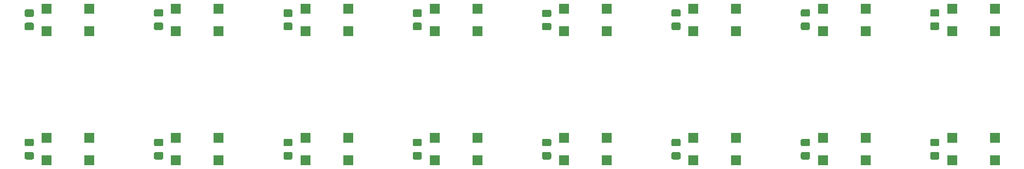
<source format=gbr>
G04 #@! TF.GenerationSoftware,KiCad,Pcbnew,(5.1.5)-3*
G04 #@! TF.CreationDate,2020-07-04T05:03:45+02:00*
G04 #@! TF.ProjectId,buttonboard,62757474-6f6e-4626-9f61-72642e6b6963,rev?*
G04 #@! TF.SameCoordinates,Original*
G04 #@! TF.FileFunction,Paste,Bot*
G04 #@! TF.FilePolarity,Positive*
%FSLAX46Y46*%
G04 Gerber Fmt 4.6, Leading zero omitted, Abs format (unit mm)*
G04 Created by KiCad (PCBNEW (5.1.5)-3) date 2020-07-04 05:03:45*
%MOMM*%
%LPD*%
G04 APERTURE LIST*
%ADD10R,1.500000X1.500000*%
%ADD11C,0.100000*%
G04 APERTURE END LIST*
D10*
X106698000Y-196731000D03*
X106698000Y-193302000D03*
X113302000Y-196731000D03*
X113302000Y-193302000D03*
X146698000Y-216731000D03*
X146698000Y-213302000D03*
X153302000Y-216731000D03*
X153302000Y-213302000D03*
X186698000Y-216731000D03*
X186698000Y-213302000D03*
X193302000Y-216731000D03*
X193302000Y-213302000D03*
X166698000Y-216731000D03*
X166698000Y-213302000D03*
X173302000Y-216731000D03*
X173302000Y-213302000D03*
X206698000Y-216731000D03*
X206698000Y-213302000D03*
X213302000Y-216731000D03*
X213302000Y-213302000D03*
X226698000Y-216731000D03*
X226698000Y-213302000D03*
X233302000Y-216731000D03*
X233302000Y-213302000D03*
X226698000Y-196731000D03*
X226698000Y-193302000D03*
X233302000Y-196731000D03*
X233302000Y-193302000D03*
X206698000Y-196731000D03*
X206698000Y-193302000D03*
X213302000Y-196731000D03*
X213302000Y-193302000D03*
X186698000Y-196731000D03*
X186698000Y-193302000D03*
X193302000Y-196731000D03*
X193302000Y-193302000D03*
X166698000Y-196731000D03*
X166698000Y-193302000D03*
X173302000Y-196731000D03*
X173302000Y-193302000D03*
X146698000Y-196731000D03*
X146698000Y-193302000D03*
X153302000Y-196731000D03*
X153302000Y-193302000D03*
X126698000Y-216731000D03*
X126698000Y-213302000D03*
X133302000Y-216731000D03*
X133302000Y-213302000D03*
X126698000Y-196731000D03*
X126698000Y-193302000D03*
X133302000Y-196731000D03*
X133302000Y-193302000D03*
X106698000Y-216731000D03*
X106698000Y-213302000D03*
X113302000Y-216731000D03*
X113302000Y-213302000D03*
X86698000Y-216731000D03*
X86698000Y-213302000D03*
X93302000Y-216731000D03*
X93302000Y-213302000D03*
X86698000Y-196731000D03*
X86698000Y-193302000D03*
X93302000Y-196731000D03*
X93302000Y-193302000D03*
D11*
G36*
X144474505Y-195451204D02*
G01*
X144498773Y-195454804D01*
X144522572Y-195460765D01*
X144545671Y-195469030D01*
X144567850Y-195479520D01*
X144588893Y-195492132D01*
X144608599Y-195506747D01*
X144626777Y-195523223D01*
X144643253Y-195541401D01*
X144657868Y-195561107D01*
X144670480Y-195582150D01*
X144680970Y-195604329D01*
X144689235Y-195627428D01*
X144695196Y-195651227D01*
X144698796Y-195675495D01*
X144700000Y-195699999D01*
X144700000Y-196350001D01*
X144698796Y-196374505D01*
X144695196Y-196398773D01*
X144689235Y-196422572D01*
X144680970Y-196445671D01*
X144670480Y-196467850D01*
X144657868Y-196488893D01*
X144643253Y-196508599D01*
X144626777Y-196526777D01*
X144608599Y-196543253D01*
X144588893Y-196557868D01*
X144567850Y-196570480D01*
X144545671Y-196580970D01*
X144522572Y-196589235D01*
X144498773Y-196595196D01*
X144474505Y-196598796D01*
X144450001Y-196600000D01*
X143549999Y-196600000D01*
X143525495Y-196598796D01*
X143501227Y-196595196D01*
X143477428Y-196589235D01*
X143454329Y-196580970D01*
X143432150Y-196570480D01*
X143411107Y-196557868D01*
X143391401Y-196543253D01*
X143373223Y-196526777D01*
X143356747Y-196508599D01*
X143342132Y-196488893D01*
X143329520Y-196467850D01*
X143319030Y-196445671D01*
X143310765Y-196422572D01*
X143304804Y-196398773D01*
X143301204Y-196374505D01*
X143300000Y-196350001D01*
X143300000Y-195699999D01*
X143301204Y-195675495D01*
X143304804Y-195651227D01*
X143310765Y-195627428D01*
X143319030Y-195604329D01*
X143329520Y-195582150D01*
X143342132Y-195561107D01*
X143356747Y-195541401D01*
X143373223Y-195523223D01*
X143391401Y-195506747D01*
X143411107Y-195492132D01*
X143432150Y-195479520D01*
X143454329Y-195469030D01*
X143477428Y-195460765D01*
X143501227Y-195454804D01*
X143525495Y-195451204D01*
X143549999Y-195450000D01*
X144450001Y-195450000D01*
X144474505Y-195451204D01*
G37*
G36*
X144474505Y-193401204D02*
G01*
X144498773Y-193404804D01*
X144522572Y-193410765D01*
X144545671Y-193419030D01*
X144567850Y-193429520D01*
X144588893Y-193442132D01*
X144608599Y-193456747D01*
X144626777Y-193473223D01*
X144643253Y-193491401D01*
X144657868Y-193511107D01*
X144670480Y-193532150D01*
X144680970Y-193554329D01*
X144689235Y-193577428D01*
X144695196Y-193601227D01*
X144698796Y-193625495D01*
X144700000Y-193649999D01*
X144700000Y-194300001D01*
X144698796Y-194324505D01*
X144695196Y-194348773D01*
X144689235Y-194372572D01*
X144680970Y-194395671D01*
X144670480Y-194417850D01*
X144657868Y-194438893D01*
X144643253Y-194458599D01*
X144626777Y-194476777D01*
X144608599Y-194493253D01*
X144588893Y-194507868D01*
X144567850Y-194520480D01*
X144545671Y-194530970D01*
X144522572Y-194539235D01*
X144498773Y-194545196D01*
X144474505Y-194548796D01*
X144450001Y-194550000D01*
X143549999Y-194550000D01*
X143525495Y-194548796D01*
X143501227Y-194545196D01*
X143477428Y-194539235D01*
X143454329Y-194530970D01*
X143432150Y-194520480D01*
X143411107Y-194507868D01*
X143391401Y-194493253D01*
X143373223Y-194476777D01*
X143356747Y-194458599D01*
X143342132Y-194438893D01*
X143329520Y-194417850D01*
X143319030Y-194395671D01*
X143310765Y-194372572D01*
X143304804Y-194348773D01*
X143301204Y-194324505D01*
X143300000Y-194300001D01*
X143300000Y-193649999D01*
X143301204Y-193625495D01*
X143304804Y-193601227D01*
X143310765Y-193577428D01*
X143319030Y-193554329D01*
X143329520Y-193532150D01*
X143342132Y-193511107D01*
X143356747Y-193491401D01*
X143373223Y-193473223D01*
X143391401Y-193456747D01*
X143411107Y-193442132D01*
X143432150Y-193429520D01*
X143454329Y-193419030D01*
X143477428Y-193410765D01*
X143501227Y-193404804D01*
X143525495Y-193401204D01*
X143549999Y-193400000D01*
X144450001Y-193400000D01*
X144474505Y-193401204D01*
G37*
G36*
X144474505Y-215476204D02*
G01*
X144498773Y-215479804D01*
X144522572Y-215485765D01*
X144545671Y-215494030D01*
X144567850Y-215504520D01*
X144588893Y-215517132D01*
X144608599Y-215531747D01*
X144626777Y-215548223D01*
X144643253Y-215566401D01*
X144657868Y-215586107D01*
X144670480Y-215607150D01*
X144680970Y-215629329D01*
X144689235Y-215652428D01*
X144695196Y-215676227D01*
X144698796Y-215700495D01*
X144700000Y-215724999D01*
X144700000Y-216375001D01*
X144698796Y-216399505D01*
X144695196Y-216423773D01*
X144689235Y-216447572D01*
X144680970Y-216470671D01*
X144670480Y-216492850D01*
X144657868Y-216513893D01*
X144643253Y-216533599D01*
X144626777Y-216551777D01*
X144608599Y-216568253D01*
X144588893Y-216582868D01*
X144567850Y-216595480D01*
X144545671Y-216605970D01*
X144522572Y-216614235D01*
X144498773Y-216620196D01*
X144474505Y-216623796D01*
X144450001Y-216625000D01*
X143549999Y-216625000D01*
X143525495Y-216623796D01*
X143501227Y-216620196D01*
X143477428Y-216614235D01*
X143454329Y-216605970D01*
X143432150Y-216595480D01*
X143411107Y-216582868D01*
X143391401Y-216568253D01*
X143373223Y-216551777D01*
X143356747Y-216533599D01*
X143342132Y-216513893D01*
X143329520Y-216492850D01*
X143319030Y-216470671D01*
X143310765Y-216447572D01*
X143304804Y-216423773D01*
X143301204Y-216399505D01*
X143300000Y-216375001D01*
X143300000Y-215724999D01*
X143301204Y-215700495D01*
X143304804Y-215676227D01*
X143310765Y-215652428D01*
X143319030Y-215629329D01*
X143329520Y-215607150D01*
X143342132Y-215586107D01*
X143356747Y-215566401D01*
X143373223Y-215548223D01*
X143391401Y-215531747D01*
X143411107Y-215517132D01*
X143432150Y-215504520D01*
X143454329Y-215494030D01*
X143477428Y-215485765D01*
X143501227Y-215479804D01*
X143525495Y-215476204D01*
X143549999Y-215475000D01*
X144450001Y-215475000D01*
X144474505Y-215476204D01*
G37*
G36*
X144474505Y-213426204D02*
G01*
X144498773Y-213429804D01*
X144522572Y-213435765D01*
X144545671Y-213444030D01*
X144567850Y-213454520D01*
X144588893Y-213467132D01*
X144608599Y-213481747D01*
X144626777Y-213498223D01*
X144643253Y-213516401D01*
X144657868Y-213536107D01*
X144670480Y-213557150D01*
X144680970Y-213579329D01*
X144689235Y-213602428D01*
X144695196Y-213626227D01*
X144698796Y-213650495D01*
X144700000Y-213674999D01*
X144700000Y-214325001D01*
X144698796Y-214349505D01*
X144695196Y-214373773D01*
X144689235Y-214397572D01*
X144680970Y-214420671D01*
X144670480Y-214442850D01*
X144657868Y-214463893D01*
X144643253Y-214483599D01*
X144626777Y-214501777D01*
X144608599Y-214518253D01*
X144588893Y-214532868D01*
X144567850Y-214545480D01*
X144545671Y-214555970D01*
X144522572Y-214564235D01*
X144498773Y-214570196D01*
X144474505Y-214573796D01*
X144450001Y-214575000D01*
X143549999Y-214575000D01*
X143525495Y-214573796D01*
X143501227Y-214570196D01*
X143477428Y-214564235D01*
X143454329Y-214555970D01*
X143432150Y-214545480D01*
X143411107Y-214532868D01*
X143391401Y-214518253D01*
X143373223Y-214501777D01*
X143356747Y-214483599D01*
X143342132Y-214463893D01*
X143329520Y-214442850D01*
X143319030Y-214420671D01*
X143310765Y-214397572D01*
X143304804Y-214373773D01*
X143301204Y-214349505D01*
X143300000Y-214325001D01*
X143300000Y-213674999D01*
X143301204Y-213650495D01*
X143304804Y-213626227D01*
X143310765Y-213602428D01*
X143319030Y-213579329D01*
X143329520Y-213557150D01*
X143342132Y-213536107D01*
X143356747Y-213516401D01*
X143373223Y-213498223D01*
X143391401Y-213481747D01*
X143411107Y-213467132D01*
X143432150Y-213454520D01*
X143454329Y-213444030D01*
X143477428Y-213435765D01*
X143501227Y-213429804D01*
X143525495Y-213426204D01*
X143549999Y-213425000D01*
X144450001Y-213425000D01*
X144474505Y-213426204D01*
G37*
G36*
X84474505Y-195451204D02*
G01*
X84498773Y-195454804D01*
X84522572Y-195460765D01*
X84545671Y-195469030D01*
X84567850Y-195479520D01*
X84588893Y-195492132D01*
X84608599Y-195506747D01*
X84626777Y-195523223D01*
X84643253Y-195541401D01*
X84657868Y-195561107D01*
X84670480Y-195582150D01*
X84680970Y-195604329D01*
X84689235Y-195627428D01*
X84695196Y-195651227D01*
X84698796Y-195675495D01*
X84700000Y-195699999D01*
X84700000Y-196350001D01*
X84698796Y-196374505D01*
X84695196Y-196398773D01*
X84689235Y-196422572D01*
X84680970Y-196445671D01*
X84670480Y-196467850D01*
X84657868Y-196488893D01*
X84643253Y-196508599D01*
X84626777Y-196526777D01*
X84608599Y-196543253D01*
X84588893Y-196557868D01*
X84567850Y-196570480D01*
X84545671Y-196580970D01*
X84522572Y-196589235D01*
X84498773Y-196595196D01*
X84474505Y-196598796D01*
X84450001Y-196600000D01*
X83549999Y-196600000D01*
X83525495Y-196598796D01*
X83501227Y-196595196D01*
X83477428Y-196589235D01*
X83454329Y-196580970D01*
X83432150Y-196570480D01*
X83411107Y-196557868D01*
X83391401Y-196543253D01*
X83373223Y-196526777D01*
X83356747Y-196508599D01*
X83342132Y-196488893D01*
X83329520Y-196467850D01*
X83319030Y-196445671D01*
X83310765Y-196422572D01*
X83304804Y-196398773D01*
X83301204Y-196374505D01*
X83300000Y-196350001D01*
X83300000Y-195699999D01*
X83301204Y-195675495D01*
X83304804Y-195651227D01*
X83310765Y-195627428D01*
X83319030Y-195604329D01*
X83329520Y-195582150D01*
X83342132Y-195561107D01*
X83356747Y-195541401D01*
X83373223Y-195523223D01*
X83391401Y-195506747D01*
X83411107Y-195492132D01*
X83432150Y-195479520D01*
X83454329Y-195469030D01*
X83477428Y-195460765D01*
X83501227Y-195454804D01*
X83525495Y-195451204D01*
X83549999Y-195450000D01*
X84450001Y-195450000D01*
X84474505Y-195451204D01*
G37*
G36*
X84474505Y-193401204D02*
G01*
X84498773Y-193404804D01*
X84522572Y-193410765D01*
X84545671Y-193419030D01*
X84567850Y-193429520D01*
X84588893Y-193442132D01*
X84608599Y-193456747D01*
X84626777Y-193473223D01*
X84643253Y-193491401D01*
X84657868Y-193511107D01*
X84670480Y-193532150D01*
X84680970Y-193554329D01*
X84689235Y-193577428D01*
X84695196Y-193601227D01*
X84698796Y-193625495D01*
X84700000Y-193649999D01*
X84700000Y-194300001D01*
X84698796Y-194324505D01*
X84695196Y-194348773D01*
X84689235Y-194372572D01*
X84680970Y-194395671D01*
X84670480Y-194417850D01*
X84657868Y-194438893D01*
X84643253Y-194458599D01*
X84626777Y-194476777D01*
X84608599Y-194493253D01*
X84588893Y-194507868D01*
X84567850Y-194520480D01*
X84545671Y-194530970D01*
X84522572Y-194539235D01*
X84498773Y-194545196D01*
X84474505Y-194548796D01*
X84450001Y-194550000D01*
X83549999Y-194550000D01*
X83525495Y-194548796D01*
X83501227Y-194545196D01*
X83477428Y-194539235D01*
X83454329Y-194530970D01*
X83432150Y-194520480D01*
X83411107Y-194507868D01*
X83391401Y-194493253D01*
X83373223Y-194476777D01*
X83356747Y-194458599D01*
X83342132Y-194438893D01*
X83329520Y-194417850D01*
X83319030Y-194395671D01*
X83310765Y-194372572D01*
X83304804Y-194348773D01*
X83301204Y-194324505D01*
X83300000Y-194300001D01*
X83300000Y-193649999D01*
X83301204Y-193625495D01*
X83304804Y-193601227D01*
X83310765Y-193577428D01*
X83319030Y-193554329D01*
X83329520Y-193532150D01*
X83342132Y-193511107D01*
X83356747Y-193491401D01*
X83373223Y-193473223D01*
X83391401Y-193456747D01*
X83411107Y-193442132D01*
X83432150Y-193429520D01*
X83454329Y-193419030D01*
X83477428Y-193410765D01*
X83501227Y-193404804D01*
X83525495Y-193401204D01*
X83549999Y-193400000D01*
X84450001Y-193400000D01*
X84474505Y-193401204D01*
G37*
G36*
X104474505Y-215476204D02*
G01*
X104498773Y-215479804D01*
X104522572Y-215485765D01*
X104545671Y-215494030D01*
X104567850Y-215504520D01*
X104588893Y-215517132D01*
X104608599Y-215531747D01*
X104626777Y-215548223D01*
X104643253Y-215566401D01*
X104657868Y-215586107D01*
X104670480Y-215607150D01*
X104680970Y-215629329D01*
X104689235Y-215652428D01*
X104695196Y-215676227D01*
X104698796Y-215700495D01*
X104700000Y-215724999D01*
X104700000Y-216375001D01*
X104698796Y-216399505D01*
X104695196Y-216423773D01*
X104689235Y-216447572D01*
X104680970Y-216470671D01*
X104670480Y-216492850D01*
X104657868Y-216513893D01*
X104643253Y-216533599D01*
X104626777Y-216551777D01*
X104608599Y-216568253D01*
X104588893Y-216582868D01*
X104567850Y-216595480D01*
X104545671Y-216605970D01*
X104522572Y-216614235D01*
X104498773Y-216620196D01*
X104474505Y-216623796D01*
X104450001Y-216625000D01*
X103549999Y-216625000D01*
X103525495Y-216623796D01*
X103501227Y-216620196D01*
X103477428Y-216614235D01*
X103454329Y-216605970D01*
X103432150Y-216595480D01*
X103411107Y-216582868D01*
X103391401Y-216568253D01*
X103373223Y-216551777D01*
X103356747Y-216533599D01*
X103342132Y-216513893D01*
X103329520Y-216492850D01*
X103319030Y-216470671D01*
X103310765Y-216447572D01*
X103304804Y-216423773D01*
X103301204Y-216399505D01*
X103300000Y-216375001D01*
X103300000Y-215724999D01*
X103301204Y-215700495D01*
X103304804Y-215676227D01*
X103310765Y-215652428D01*
X103319030Y-215629329D01*
X103329520Y-215607150D01*
X103342132Y-215586107D01*
X103356747Y-215566401D01*
X103373223Y-215548223D01*
X103391401Y-215531747D01*
X103411107Y-215517132D01*
X103432150Y-215504520D01*
X103454329Y-215494030D01*
X103477428Y-215485765D01*
X103501227Y-215479804D01*
X103525495Y-215476204D01*
X103549999Y-215475000D01*
X104450001Y-215475000D01*
X104474505Y-215476204D01*
G37*
G36*
X104474505Y-213426204D02*
G01*
X104498773Y-213429804D01*
X104522572Y-213435765D01*
X104545671Y-213444030D01*
X104567850Y-213454520D01*
X104588893Y-213467132D01*
X104608599Y-213481747D01*
X104626777Y-213498223D01*
X104643253Y-213516401D01*
X104657868Y-213536107D01*
X104670480Y-213557150D01*
X104680970Y-213579329D01*
X104689235Y-213602428D01*
X104695196Y-213626227D01*
X104698796Y-213650495D01*
X104700000Y-213674999D01*
X104700000Y-214325001D01*
X104698796Y-214349505D01*
X104695196Y-214373773D01*
X104689235Y-214397572D01*
X104680970Y-214420671D01*
X104670480Y-214442850D01*
X104657868Y-214463893D01*
X104643253Y-214483599D01*
X104626777Y-214501777D01*
X104608599Y-214518253D01*
X104588893Y-214532868D01*
X104567850Y-214545480D01*
X104545671Y-214555970D01*
X104522572Y-214564235D01*
X104498773Y-214570196D01*
X104474505Y-214573796D01*
X104450001Y-214575000D01*
X103549999Y-214575000D01*
X103525495Y-214573796D01*
X103501227Y-214570196D01*
X103477428Y-214564235D01*
X103454329Y-214555970D01*
X103432150Y-214545480D01*
X103411107Y-214532868D01*
X103391401Y-214518253D01*
X103373223Y-214501777D01*
X103356747Y-214483599D01*
X103342132Y-214463893D01*
X103329520Y-214442850D01*
X103319030Y-214420671D01*
X103310765Y-214397572D01*
X103304804Y-214373773D01*
X103301204Y-214349505D01*
X103300000Y-214325001D01*
X103300000Y-213674999D01*
X103301204Y-213650495D01*
X103304804Y-213626227D01*
X103310765Y-213602428D01*
X103319030Y-213579329D01*
X103329520Y-213557150D01*
X103342132Y-213536107D01*
X103356747Y-213516401D01*
X103373223Y-213498223D01*
X103391401Y-213481747D01*
X103411107Y-213467132D01*
X103432150Y-213454520D01*
X103454329Y-213444030D01*
X103477428Y-213435765D01*
X103501227Y-213429804D01*
X103525495Y-213426204D01*
X103549999Y-213425000D01*
X104450001Y-213425000D01*
X104474505Y-213426204D01*
G37*
G36*
X124474505Y-195451204D02*
G01*
X124498773Y-195454804D01*
X124522572Y-195460765D01*
X124545671Y-195469030D01*
X124567850Y-195479520D01*
X124588893Y-195492132D01*
X124608599Y-195506747D01*
X124626777Y-195523223D01*
X124643253Y-195541401D01*
X124657868Y-195561107D01*
X124670480Y-195582150D01*
X124680970Y-195604329D01*
X124689235Y-195627428D01*
X124695196Y-195651227D01*
X124698796Y-195675495D01*
X124700000Y-195699999D01*
X124700000Y-196350001D01*
X124698796Y-196374505D01*
X124695196Y-196398773D01*
X124689235Y-196422572D01*
X124680970Y-196445671D01*
X124670480Y-196467850D01*
X124657868Y-196488893D01*
X124643253Y-196508599D01*
X124626777Y-196526777D01*
X124608599Y-196543253D01*
X124588893Y-196557868D01*
X124567850Y-196570480D01*
X124545671Y-196580970D01*
X124522572Y-196589235D01*
X124498773Y-196595196D01*
X124474505Y-196598796D01*
X124450001Y-196600000D01*
X123549999Y-196600000D01*
X123525495Y-196598796D01*
X123501227Y-196595196D01*
X123477428Y-196589235D01*
X123454329Y-196580970D01*
X123432150Y-196570480D01*
X123411107Y-196557868D01*
X123391401Y-196543253D01*
X123373223Y-196526777D01*
X123356747Y-196508599D01*
X123342132Y-196488893D01*
X123329520Y-196467850D01*
X123319030Y-196445671D01*
X123310765Y-196422572D01*
X123304804Y-196398773D01*
X123301204Y-196374505D01*
X123300000Y-196350001D01*
X123300000Y-195699999D01*
X123301204Y-195675495D01*
X123304804Y-195651227D01*
X123310765Y-195627428D01*
X123319030Y-195604329D01*
X123329520Y-195582150D01*
X123342132Y-195561107D01*
X123356747Y-195541401D01*
X123373223Y-195523223D01*
X123391401Y-195506747D01*
X123411107Y-195492132D01*
X123432150Y-195479520D01*
X123454329Y-195469030D01*
X123477428Y-195460765D01*
X123501227Y-195454804D01*
X123525495Y-195451204D01*
X123549999Y-195450000D01*
X124450001Y-195450000D01*
X124474505Y-195451204D01*
G37*
G36*
X124474505Y-193401204D02*
G01*
X124498773Y-193404804D01*
X124522572Y-193410765D01*
X124545671Y-193419030D01*
X124567850Y-193429520D01*
X124588893Y-193442132D01*
X124608599Y-193456747D01*
X124626777Y-193473223D01*
X124643253Y-193491401D01*
X124657868Y-193511107D01*
X124670480Y-193532150D01*
X124680970Y-193554329D01*
X124689235Y-193577428D01*
X124695196Y-193601227D01*
X124698796Y-193625495D01*
X124700000Y-193649999D01*
X124700000Y-194300001D01*
X124698796Y-194324505D01*
X124695196Y-194348773D01*
X124689235Y-194372572D01*
X124680970Y-194395671D01*
X124670480Y-194417850D01*
X124657868Y-194438893D01*
X124643253Y-194458599D01*
X124626777Y-194476777D01*
X124608599Y-194493253D01*
X124588893Y-194507868D01*
X124567850Y-194520480D01*
X124545671Y-194530970D01*
X124522572Y-194539235D01*
X124498773Y-194545196D01*
X124474505Y-194548796D01*
X124450001Y-194550000D01*
X123549999Y-194550000D01*
X123525495Y-194548796D01*
X123501227Y-194545196D01*
X123477428Y-194539235D01*
X123454329Y-194530970D01*
X123432150Y-194520480D01*
X123411107Y-194507868D01*
X123391401Y-194493253D01*
X123373223Y-194476777D01*
X123356747Y-194458599D01*
X123342132Y-194438893D01*
X123329520Y-194417850D01*
X123319030Y-194395671D01*
X123310765Y-194372572D01*
X123304804Y-194348773D01*
X123301204Y-194324505D01*
X123300000Y-194300001D01*
X123300000Y-193649999D01*
X123301204Y-193625495D01*
X123304804Y-193601227D01*
X123310765Y-193577428D01*
X123319030Y-193554329D01*
X123329520Y-193532150D01*
X123342132Y-193511107D01*
X123356747Y-193491401D01*
X123373223Y-193473223D01*
X123391401Y-193456747D01*
X123411107Y-193442132D01*
X123432150Y-193429520D01*
X123454329Y-193419030D01*
X123477428Y-193410765D01*
X123501227Y-193404804D01*
X123525495Y-193401204D01*
X123549999Y-193400000D01*
X124450001Y-193400000D01*
X124474505Y-193401204D01*
G37*
G36*
X84474505Y-215476204D02*
G01*
X84498773Y-215479804D01*
X84522572Y-215485765D01*
X84545671Y-215494030D01*
X84567850Y-215504520D01*
X84588893Y-215517132D01*
X84608599Y-215531747D01*
X84626777Y-215548223D01*
X84643253Y-215566401D01*
X84657868Y-215586107D01*
X84670480Y-215607150D01*
X84680970Y-215629329D01*
X84689235Y-215652428D01*
X84695196Y-215676227D01*
X84698796Y-215700495D01*
X84700000Y-215724999D01*
X84700000Y-216375001D01*
X84698796Y-216399505D01*
X84695196Y-216423773D01*
X84689235Y-216447572D01*
X84680970Y-216470671D01*
X84670480Y-216492850D01*
X84657868Y-216513893D01*
X84643253Y-216533599D01*
X84626777Y-216551777D01*
X84608599Y-216568253D01*
X84588893Y-216582868D01*
X84567850Y-216595480D01*
X84545671Y-216605970D01*
X84522572Y-216614235D01*
X84498773Y-216620196D01*
X84474505Y-216623796D01*
X84450001Y-216625000D01*
X83549999Y-216625000D01*
X83525495Y-216623796D01*
X83501227Y-216620196D01*
X83477428Y-216614235D01*
X83454329Y-216605970D01*
X83432150Y-216595480D01*
X83411107Y-216582868D01*
X83391401Y-216568253D01*
X83373223Y-216551777D01*
X83356747Y-216533599D01*
X83342132Y-216513893D01*
X83329520Y-216492850D01*
X83319030Y-216470671D01*
X83310765Y-216447572D01*
X83304804Y-216423773D01*
X83301204Y-216399505D01*
X83300000Y-216375001D01*
X83300000Y-215724999D01*
X83301204Y-215700495D01*
X83304804Y-215676227D01*
X83310765Y-215652428D01*
X83319030Y-215629329D01*
X83329520Y-215607150D01*
X83342132Y-215586107D01*
X83356747Y-215566401D01*
X83373223Y-215548223D01*
X83391401Y-215531747D01*
X83411107Y-215517132D01*
X83432150Y-215504520D01*
X83454329Y-215494030D01*
X83477428Y-215485765D01*
X83501227Y-215479804D01*
X83525495Y-215476204D01*
X83549999Y-215475000D01*
X84450001Y-215475000D01*
X84474505Y-215476204D01*
G37*
G36*
X84474505Y-213426204D02*
G01*
X84498773Y-213429804D01*
X84522572Y-213435765D01*
X84545671Y-213444030D01*
X84567850Y-213454520D01*
X84588893Y-213467132D01*
X84608599Y-213481747D01*
X84626777Y-213498223D01*
X84643253Y-213516401D01*
X84657868Y-213536107D01*
X84670480Y-213557150D01*
X84680970Y-213579329D01*
X84689235Y-213602428D01*
X84695196Y-213626227D01*
X84698796Y-213650495D01*
X84700000Y-213674999D01*
X84700000Y-214325001D01*
X84698796Y-214349505D01*
X84695196Y-214373773D01*
X84689235Y-214397572D01*
X84680970Y-214420671D01*
X84670480Y-214442850D01*
X84657868Y-214463893D01*
X84643253Y-214483599D01*
X84626777Y-214501777D01*
X84608599Y-214518253D01*
X84588893Y-214532868D01*
X84567850Y-214545480D01*
X84545671Y-214555970D01*
X84522572Y-214564235D01*
X84498773Y-214570196D01*
X84474505Y-214573796D01*
X84450001Y-214575000D01*
X83549999Y-214575000D01*
X83525495Y-214573796D01*
X83501227Y-214570196D01*
X83477428Y-214564235D01*
X83454329Y-214555970D01*
X83432150Y-214545480D01*
X83411107Y-214532868D01*
X83391401Y-214518253D01*
X83373223Y-214501777D01*
X83356747Y-214483599D01*
X83342132Y-214463893D01*
X83329520Y-214442850D01*
X83319030Y-214420671D01*
X83310765Y-214397572D01*
X83304804Y-214373773D01*
X83301204Y-214349505D01*
X83300000Y-214325001D01*
X83300000Y-213674999D01*
X83301204Y-213650495D01*
X83304804Y-213626227D01*
X83310765Y-213602428D01*
X83319030Y-213579329D01*
X83329520Y-213557150D01*
X83342132Y-213536107D01*
X83356747Y-213516401D01*
X83373223Y-213498223D01*
X83391401Y-213481747D01*
X83411107Y-213467132D01*
X83432150Y-213454520D01*
X83454329Y-213444030D01*
X83477428Y-213435765D01*
X83501227Y-213429804D01*
X83525495Y-213426204D01*
X83549999Y-213425000D01*
X84450001Y-213425000D01*
X84474505Y-213426204D01*
G37*
G36*
X104474505Y-195426204D02*
G01*
X104498773Y-195429804D01*
X104522572Y-195435765D01*
X104545671Y-195444030D01*
X104567850Y-195454520D01*
X104588893Y-195467132D01*
X104608599Y-195481747D01*
X104626777Y-195498223D01*
X104643253Y-195516401D01*
X104657868Y-195536107D01*
X104670480Y-195557150D01*
X104680970Y-195579329D01*
X104689235Y-195602428D01*
X104695196Y-195626227D01*
X104698796Y-195650495D01*
X104700000Y-195674999D01*
X104700000Y-196325001D01*
X104698796Y-196349505D01*
X104695196Y-196373773D01*
X104689235Y-196397572D01*
X104680970Y-196420671D01*
X104670480Y-196442850D01*
X104657868Y-196463893D01*
X104643253Y-196483599D01*
X104626777Y-196501777D01*
X104608599Y-196518253D01*
X104588893Y-196532868D01*
X104567850Y-196545480D01*
X104545671Y-196555970D01*
X104522572Y-196564235D01*
X104498773Y-196570196D01*
X104474505Y-196573796D01*
X104450001Y-196575000D01*
X103549999Y-196575000D01*
X103525495Y-196573796D01*
X103501227Y-196570196D01*
X103477428Y-196564235D01*
X103454329Y-196555970D01*
X103432150Y-196545480D01*
X103411107Y-196532868D01*
X103391401Y-196518253D01*
X103373223Y-196501777D01*
X103356747Y-196483599D01*
X103342132Y-196463893D01*
X103329520Y-196442850D01*
X103319030Y-196420671D01*
X103310765Y-196397572D01*
X103304804Y-196373773D01*
X103301204Y-196349505D01*
X103300000Y-196325001D01*
X103300000Y-195674999D01*
X103301204Y-195650495D01*
X103304804Y-195626227D01*
X103310765Y-195602428D01*
X103319030Y-195579329D01*
X103329520Y-195557150D01*
X103342132Y-195536107D01*
X103356747Y-195516401D01*
X103373223Y-195498223D01*
X103391401Y-195481747D01*
X103411107Y-195467132D01*
X103432150Y-195454520D01*
X103454329Y-195444030D01*
X103477428Y-195435765D01*
X103501227Y-195429804D01*
X103525495Y-195426204D01*
X103549999Y-195425000D01*
X104450001Y-195425000D01*
X104474505Y-195426204D01*
G37*
G36*
X104474505Y-193376204D02*
G01*
X104498773Y-193379804D01*
X104522572Y-193385765D01*
X104545671Y-193394030D01*
X104567850Y-193404520D01*
X104588893Y-193417132D01*
X104608599Y-193431747D01*
X104626777Y-193448223D01*
X104643253Y-193466401D01*
X104657868Y-193486107D01*
X104670480Y-193507150D01*
X104680970Y-193529329D01*
X104689235Y-193552428D01*
X104695196Y-193576227D01*
X104698796Y-193600495D01*
X104700000Y-193624999D01*
X104700000Y-194275001D01*
X104698796Y-194299505D01*
X104695196Y-194323773D01*
X104689235Y-194347572D01*
X104680970Y-194370671D01*
X104670480Y-194392850D01*
X104657868Y-194413893D01*
X104643253Y-194433599D01*
X104626777Y-194451777D01*
X104608599Y-194468253D01*
X104588893Y-194482868D01*
X104567850Y-194495480D01*
X104545671Y-194505970D01*
X104522572Y-194514235D01*
X104498773Y-194520196D01*
X104474505Y-194523796D01*
X104450001Y-194525000D01*
X103549999Y-194525000D01*
X103525495Y-194523796D01*
X103501227Y-194520196D01*
X103477428Y-194514235D01*
X103454329Y-194505970D01*
X103432150Y-194495480D01*
X103411107Y-194482868D01*
X103391401Y-194468253D01*
X103373223Y-194451777D01*
X103356747Y-194433599D01*
X103342132Y-194413893D01*
X103329520Y-194392850D01*
X103319030Y-194370671D01*
X103310765Y-194347572D01*
X103304804Y-194323773D01*
X103301204Y-194299505D01*
X103300000Y-194275001D01*
X103300000Y-193624999D01*
X103301204Y-193600495D01*
X103304804Y-193576227D01*
X103310765Y-193552428D01*
X103319030Y-193529329D01*
X103329520Y-193507150D01*
X103342132Y-193486107D01*
X103356747Y-193466401D01*
X103373223Y-193448223D01*
X103391401Y-193431747D01*
X103411107Y-193417132D01*
X103432150Y-193404520D01*
X103454329Y-193394030D01*
X103477428Y-193385765D01*
X103501227Y-193379804D01*
X103525495Y-193376204D01*
X103549999Y-193375000D01*
X104450001Y-193375000D01*
X104474505Y-193376204D01*
G37*
G36*
X124474505Y-215476204D02*
G01*
X124498773Y-215479804D01*
X124522572Y-215485765D01*
X124545671Y-215494030D01*
X124567850Y-215504520D01*
X124588893Y-215517132D01*
X124608599Y-215531747D01*
X124626777Y-215548223D01*
X124643253Y-215566401D01*
X124657868Y-215586107D01*
X124670480Y-215607150D01*
X124680970Y-215629329D01*
X124689235Y-215652428D01*
X124695196Y-215676227D01*
X124698796Y-215700495D01*
X124700000Y-215724999D01*
X124700000Y-216375001D01*
X124698796Y-216399505D01*
X124695196Y-216423773D01*
X124689235Y-216447572D01*
X124680970Y-216470671D01*
X124670480Y-216492850D01*
X124657868Y-216513893D01*
X124643253Y-216533599D01*
X124626777Y-216551777D01*
X124608599Y-216568253D01*
X124588893Y-216582868D01*
X124567850Y-216595480D01*
X124545671Y-216605970D01*
X124522572Y-216614235D01*
X124498773Y-216620196D01*
X124474505Y-216623796D01*
X124450001Y-216625000D01*
X123549999Y-216625000D01*
X123525495Y-216623796D01*
X123501227Y-216620196D01*
X123477428Y-216614235D01*
X123454329Y-216605970D01*
X123432150Y-216595480D01*
X123411107Y-216582868D01*
X123391401Y-216568253D01*
X123373223Y-216551777D01*
X123356747Y-216533599D01*
X123342132Y-216513893D01*
X123329520Y-216492850D01*
X123319030Y-216470671D01*
X123310765Y-216447572D01*
X123304804Y-216423773D01*
X123301204Y-216399505D01*
X123300000Y-216375001D01*
X123300000Y-215724999D01*
X123301204Y-215700495D01*
X123304804Y-215676227D01*
X123310765Y-215652428D01*
X123319030Y-215629329D01*
X123329520Y-215607150D01*
X123342132Y-215586107D01*
X123356747Y-215566401D01*
X123373223Y-215548223D01*
X123391401Y-215531747D01*
X123411107Y-215517132D01*
X123432150Y-215504520D01*
X123454329Y-215494030D01*
X123477428Y-215485765D01*
X123501227Y-215479804D01*
X123525495Y-215476204D01*
X123549999Y-215475000D01*
X124450001Y-215475000D01*
X124474505Y-215476204D01*
G37*
G36*
X124474505Y-213426204D02*
G01*
X124498773Y-213429804D01*
X124522572Y-213435765D01*
X124545671Y-213444030D01*
X124567850Y-213454520D01*
X124588893Y-213467132D01*
X124608599Y-213481747D01*
X124626777Y-213498223D01*
X124643253Y-213516401D01*
X124657868Y-213536107D01*
X124670480Y-213557150D01*
X124680970Y-213579329D01*
X124689235Y-213602428D01*
X124695196Y-213626227D01*
X124698796Y-213650495D01*
X124700000Y-213674999D01*
X124700000Y-214325001D01*
X124698796Y-214349505D01*
X124695196Y-214373773D01*
X124689235Y-214397572D01*
X124680970Y-214420671D01*
X124670480Y-214442850D01*
X124657868Y-214463893D01*
X124643253Y-214483599D01*
X124626777Y-214501777D01*
X124608599Y-214518253D01*
X124588893Y-214532868D01*
X124567850Y-214545480D01*
X124545671Y-214555970D01*
X124522572Y-214564235D01*
X124498773Y-214570196D01*
X124474505Y-214573796D01*
X124450001Y-214575000D01*
X123549999Y-214575000D01*
X123525495Y-214573796D01*
X123501227Y-214570196D01*
X123477428Y-214564235D01*
X123454329Y-214555970D01*
X123432150Y-214545480D01*
X123411107Y-214532868D01*
X123391401Y-214518253D01*
X123373223Y-214501777D01*
X123356747Y-214483599D01*
X123342132Y-214463893D01*
X123329520Y-214442850D01*
X123319030Y-214420671D01*
X123310765Y-214397572D01*
X123304804Y-214373773D01*
X123301204Y-214349505D01*
X123300000Y-214325001D01*
X123300000Y-213674999D01*
X123301204Y-213650495D01*
X123304804Y-213626227D01*
X123310765Y-213602428D01*
X123319030Y-213579329D01*
X123329520Y-213557150D01*
X123342132Y-213536107D01*
X123356747Y-213516401D01*
X123373223Y-213498223D01*
X123391401Y-213481747D01*
X123411107Y-213467132D01*
X123432150Y-213454520D01*
X123454329Y-213444030D01*
X123477428Y-213435765D01*
X123501227Y-213429804D01*
X123525495Y-213426204D01*
X123549999Y-213425000D01*
X124450001Y-213425000D01*
X124474505Y-213426204D01*
G37*
G36*
X164474505Y-195476204D02*
G01*
X164498773Y-195479804D01*
X164522572Y-195485765D01*
X164545671Y-195494030D01*
X164567850Y-195504520D01*
X164588893Y-195517132D01*
X164608599Y-195531747D01*
X164626777Y-195548223D01*
X164643253Y-195566401D01*
X164657868Y-195586107D01*
X164670480Y-195607150D01*
X164680970Y-195629329D01*
X164689235Y-195652428D01*
X164695196Y-195676227D01*
X164698796Y-195700495D01*
X164700000Y-195724999D01*
X164700000Y-196375001D01*
X164698796Y-196399505D01*
X164695196Y-196423773D01*
X164689235Y-196447572D01*
X164680970Y-196470671D01*
X164670480Y-196492850D01*
X164657868Y-196513893D01*
X164643253Y-196533599D01*
X164626777Y-196551777D01*
X164608599Y-196568253D01*
X164588893Y-196582868D01*
X164567850Y-196595480D01*
X164545671Y-196605970D01*
X164522572Y-196614235D01*
X164498773Y-196620196D01*
X164474505Y-196623796D01*
X164450001Y-196625000D01*
X163549999Y-196625000D01*
X163525495Y-196623796D01*
X163501227Y-196620196D01*
X163477428Y-196614235D01*
X163454329Y-196605970D01*
X163432150Y-196595480D01*
X163411107Y-196582868D01*
X163391401Y-196568253D01*
X163373223Y-196551777D01*
X163356747Y-196533599D01*
X163342132Y-196513893D01*
X163329520Y-196492850D01*
X163319030Y-196470671D01*
X163310765Y-196447572D01*
X163304804Y-196423773D01*
X163301204Y-196399505D01*
X163300000Y-196375001D01*
X163300000Y-195724999D01*
X163301204Y-195700495D01*
X163304804Y-195676227D01*
X163310765Y-195652428D01*
X163319030Y-195629329D01*
X163329520Y-195607150D01*
X163342132Y-195586107D01*
X163356747Y-195566401D01*
X163373223Y-195548223D01*
X163391401Y-195531747D01*
X163411107Y-195517132D01*
X163432150Y-195504520D01*
X163454329Y-195494030D01*
X163477428Y-195485765D01*
X163501227Y-195479804D01*
X163525495Y-195476204D01*
X163549999Y-195475000D01*
X164450001Y-195475000D01*
X164474505Y-195476204D01*
G37*
G36*
X164474505Y-193426204D02*
G01*
X164498773Y-193429804D01*
X164522572Y-193435765D01*
X164545671Y-193444030D01*
X164567850Y-193454520D01*
X164588893Y-193467132D01*
X164608599Y-193481747D01*
X164626777Y-193498223D01*
X164643253Y-193516401D01*
X164657868Y-193536107D01*
X164670480Y-193557150D01*
X164680970Y-193579329D01*
X164689235Y-193602428D01*
X164695196Y-193626227D01*
X164698796Y-193650495D01*
X164700000Y-193674999D01*
X164700000Y-194325001D01*
X164698796Y-194349505D01*
X164695196Y-194373773D01*
X164689235Y-194397572D01*
X164680970Y-194420671D01*
X164670480Y-194442850D01*
X164657868Y-194463893D01*
X164643253Y-194483599D01*
X164626777Y-194501777D01*
X164608599Y-194518253D01*
X164588893Y-194532868D01*
X164567850Y-194545480D01*
X164545671Y-194555970D01*
X164522572Y-194564235D01*
X164498773Y-194570196D01*
X164474505Y-194573796D01*
X164450001Y-194575000D01*
X163549999Y-194575000D01*
X163525495Y-194573796D01*
X163501227Y-194570196D01*
X163477428Y-194564235D01*
X163454329Y-194555970D01*
X163432150Y-194545480D01*
X163411107Y-194532868D01*
X163391401Y-194518253D01*
X163373223Y-194501777D01*
X163356747Y-194483599D01*
X163342132Y-194463893D01*
X163329520Y-194442850D01*
X163319030Y-194420671D01*
X163310765Y-194397572D01*
X163304804Y-194373773D01*
X163301204Y-194349505D01*
X163300000Y-194325001D01*
X163300000Y-193674999D01*
X163301204Y-193650495D01*
X163304804Y-193626227D01*
X163310765Y-193602428D01*
X163319030Y-193579329D01*
X163329520Y-193557150D01*
X163342132Y-193536107D01*
X163356747Y-193516401D01*
X163373223Y-193498223D01*
X163391401Y-193481747D01*
X163411107Y-193467132D01*
X163432150Y-193454520D01*
X163454329Y-193444030D01*
X163477428Y-193435765D01*
X163501227Y-193429804D01*
X163525495Y-193426204D01*
X163549999Y-193425000D01*
X164450001Y-193425000D01*
X164474505Y-193426204D01*
G37*
G36*
X204474505Y-215476204D02*
G01*
X204498773Y-215479804D01*
X204522572Y-215485765D01*
X204545671Y-215494030D01*
X204567850Y-215504520D01*
X204588893Y-215517132D01*
X204608599Y-215531747D01*
X204626777Y-215548223D01*
X204643253Y-215566401D01*
X204657868Y-215586107D01*
X204670480Y-215607150D01*
X204680970Y-215629329D01*
X204689235Y-215652428D01*
X204695196Y-215676227D01*
X204698796Y-215700495D01*
X204700000Y-215724999D01*
X204700000Y-216375001D01*
X204698796Y-216399505D01*
X204695196Y-216423773D01*
X204689235Y-216447572D01*
X204680970Y-216470671D01*
X204670480Y-216492850D01*
X204657868Y-216513893D01*
X204643253Y-216533599D01*
X204626777Y-216551777D01*
X204608599Y-216568253D01*
X204588893Y-216582868D01*
X204567850Y-216595480D01*
X204545671Y-216605970D01*
X204522572Y-216614235D01*
X204498773Y-216620196D01*
X204474505Y-216623796D01*
X204450001Y-216625000D01*
X203549999Y-216625000D01*
X203525495Y-216623796D01*
X203501227Y-216620196D01*
X203477428Y-216614235D01*
X203454329Y-216605970D01*
X203432150Y-216595480D01*
X203411107Y-216582868D01*
X203391401Y-216568253D01*
X203373223Y-216551777D01*
X203356747Y-216533599D01*
X203342132Y-216513893D01*
X203329520Y-216492850D01*
X203319030Y-216470671D01*
X203310765Y-216447572D01*
X203304804Y-216423773D01*
X203301204Y-216399505D01*
X203300000Y-216375001D01*
X203300000Y-215724999D01*
X203301204Y-215700495D01*
X203304804Y-215676227D01*
X203310765Y-215652428D01*
X203319030Y-215629329D01*
X203329520Y-215607150D01*
X203342132Y-215586107D01*
X203356747Y-215566401D01*
X203373223Y-215548223D01*
X203391401Y-215531747D01*
X203411107Y-215517132D01*
X203432150Y-215504520D01*
X203454329Y-215494030D01*
X203477428Y-215485765D01*
X203501227Y-215479804D01*
X203525495Y-215476204D01*
X203549999Y-215475000D01*
X204450001Y-215475000D01*
X204474505Y-215476204D01*
G37*
G36*
X204474505Y-213426204D02*
G01*
X204498773Y-213429804D01*
X204522572Y-213435765D01*
X204545671Y-213444030D01*
X204567850Y-213454520D01*
X204588893Y-213467132D01*
X204608599Y-213481747D01*
X204626777Y-213498223D01*
X204643253Y-213516401D01*
X204657868Y-213536107D01*
X204670480Y-213557150D01*
X204680970Y-213579329D01*
X204689235Y-213602428D01*
X204695196Y-213626227D01*
X204698796Y-213650495D01*
X204700000Y-213674999D01*
X204700000Y-214325001D01*
X204698796Y-214349505D01*
X204695196Y-214373773D01*
X204689235Y-214397572D01*
X204680970Y-214420671D01*
X204670480Y-214442850D01*
X204657868Y-214463893D01*
X204643253Y-214483599D01*
X204626777Y-214501777D01*
X204608599Y-214518253D01*
X204588893Y-214532868D01*
X204567850Y-214545480D01*
X204545671Y-214555970D01*
X204522572Y-214564235D01*
X204498773Y-214570196D01*
X204474505Y-214573796D01*
X204450001Y-214575000D01*
X203549999Y-214575000D01*
X203525495Y-214573796D01*
X203501227Y-214570196D01*
X203477428Y-214564235D01*
X203454329Y-214555970D01*
X203432150Y-214545480D01*
X203411107Y-214532868D01*
X203391401Y-214518253D01*
X203373223Y-214501777D01*
X203356747Y-214483599D01*
X203342132Y-214463893D01*
X203329520Y-214442850D01*
X203319030Y-214420671D01*
X203310765Y-214397572D01*
X203304804Y-214373773D01*
X203301204Y-214349505D01*
X203300000Y-214325001D01*
X203300000Y-213674999D01*
X203301204Y-213650495D01*
X203304804Y-213626227D01*
X203310765Y-213602428D01*
X203319030Y-213579329D01*
X203329520Y-213557150D01*
X203342132Y-213536107D01*
X203356747Y-213516401D01*
X203373223Y-213498223D01*
X203391401Y-213481747D01*
X203411107Y-213467132D01*
X203432150Y-213454520D01*
X203454329Y-213444030D01*
X203477428Y-213435765D01*
X203501227Y-213429804D01*
X203525495Y-213426204D01*
X203549999Y-213425000D01*
X204450001Y-213425000D01*
X204474505Y-213426204D01*
G37*
G36*
X184474505Y-215476204D02*
G01*
X184498773Y-215479804D01*
X184522572Y-215485765D01*
X184545671Y-215494030D01*
X184567850Y-215504520D01*
X184588893Y-215517132D01*
X184608599Y-215531747D01*
X184626777Y-215548223D01*
X184643253Y-215566401D01*
X184657868Y-215586107D01*
X184670480Y-215607150D01*
X184680970Y-215629329D01*
X184689235Y-215652428D01*
X184695196Y-215676227D01*
X184698796Y-215700495D01*
X184700000Y-215724999D01*
X184700000Y-216375001D01*
X184698796Y-216399505D01*
X184695196Y-216423773D01*
X184689235Y-216447572D01*
X184680970Y-216470671D01*
X184670480Y-216492850D01*
X184657868Y-216513893D01*
X184643253Y-216533599D01*
X184626777Y-216551777D01*
X184608599Y-216568253D01*
X184588893Y-216582868D01*
X184567850Y-216595480D01*
X184545671Y-216605970D01*
X184522572Y-216614235D01*
X184498773Y-216620196D01*
X184474505Y-216623796D01*
X184450001Y-216625000D01*
X183549999Y-216625000D01*
X183525495Y-216623796D01*
X183501227Y-216620196D01*
X183477428Y-216614235D01*
X183454329Y-216605970D01*
X183432150Y-216595480D01*
X183411107Y-216582868D01*
X183391401Y-216568253D01*
X183373223Y-216551777D01*
X183356747Y-216533599D01*
X183342132Y-216513893D01*
X183329520Y-216492850D01*
X183319030Y-216470671D01*
X183310765Y-216447572D01*
X183304804Y-216423773D01*
X183301204Y-216399505D01*
X183300000Y-216375001D01*
X183300000Y-215724999D01*
X183301204Y-215700495D01*
X183304804Y-215676227D01*
X183310765Y-215652428D01*
X183319030Y-215629329D01*
X183329520Y-215607150D01*
X183342132Y-215586107D01*
X183356747Y-215566401D01*
X183373223Y-215548223D01*
X183391401Y-215531747D01*
X183411107Y-215517132D01*
X183432150Y-215504520D01*
X183454329Y-215494030D01*
X183477428Y-215485765D01*
X183501227Y-215479804D01*
X183525495Y-215476204D01*
X183549999Y-215475000D01*
X184450001Y-215475000D01*
X184474505Y-215476204D01*
G37*
G36*
X184474505Y-213426204D02*
G01*
X184498773Y-213429804D01*
X184522572Y-213435765D01*
X184545671Y-213444030D01*
X184567850Y-213454520D01*
X184588893Y-213467132D01*
X184608599Y-213481747D01*
X184626777Y-213498223D01*
X184643253Y-213516401D01*
X184657868Y-213536107D01*
X184670480Y-213557150D01*
X184680970Y-213579329D01*
X184689235Y-213602428D01*
X184695196Y-213626227D01*
X184698796Y-213650495D01*
X184700000Y-213674999D01*
X184700000Y-214325001D01*
X184698796Y-214349505D01*
X184695196Y-214373773D01*
X184689235Y-214397572D01*
X184680970Y-214420671D01*
X184670480Y-214442850D01*
X184657868Y-214463893D01*
X184643253Y-214483599D01*
X184626777Y-214501777D01*
X184608599Y-214518253D01*
X184588893Y-214532868D01*
X184567850Y-214545480D01*
X184545671Y-214555970D01*
X184522572Y-214564235D01*
X184498773Y-214570196D01*
X184474505Y-214573796D01*
X184450001Y-214575000D01*
X183549999Y-214575000D01*
X183525495Y-214573796D01*
X183501227Y-214570196D01*
X183477428Y-214564235D01*
X183454329Y-214555970D01*
X183432150Y-214545480D01*
X183411107Y-214532868D01*
X183391401Y-214518253D01*
X183373223Y-214501777D01*
X183356747Y-214483599D01*
X183342132Y-214463893D01*
X183329520Y-214442850D01*
X183319030Y-214420671D01*
X183310765Y-214397572D01*
X183304804Y-214373773D01*
X183301204Y-214349505D01*
X183300000Y-214325001D01*
X183300000Y-213674999D01*
X183301204Y-213650495D01*
X183304804Y-213626227D01*
X183310765Y-213602428D01*
X183319030Y-213579329D01*
X183329520Y-213557150D01*
X183342132Y-213536107D01*
X183356747Y-213516401D01*
X183373223Y-213498223D01*
X183391401Y-213481747D01*
X183411107Y-213467132D01*
X183432150Y-213454520D01*
X183454329Y-213444030D01*
X183477428Y-213435765D01*
X183501227Y-213429804D01*
X183525495Y-213426204D01*
X183549999Y-213425000D01*
X184450001Y-213425000D01*
X184474505Y-213426204D01*
G37*
G36*
X164474505Y-215476204D02*
G01*
X164498773Y-215479804D01*
X164522572Y-215485765D01*
X164545671Y-215494030D01*
X164567850Y-215504520D01*
X164588893Y-215517132D01*
X164608599Y-215531747D01*
X164626777Y-215548223D01*
X164643253Y-215566401D01*
X164657868Y-215586107D01*
X164670480Y-215607150D01*
X164680970Y-215629329D01*
X164689235Y-215652428D01*
X164695196Y-215676227D01*
X164698796Y-215700495D01*
X164700000Y-215724999D01*
X164700000Y-216375001D01*
X164698796Y-216399505D01*
X164695196Y-216423773D01*
X164689235Y-216447572D01*
X164680970Y-216470671D01*
X164670480Y-216492850D01*
X164657868Y-216513893D01*
X164643253Y-216533599D01*
X164626777Y-216551777D01*
X164608599Y-216568253D01*
X164588893Y-216582868D01*
X164567850Y-216595480D01*
X164545671Y-216605970D01*
X164522572Y-216614235D01*
X164498773Y-216620196D01*
X164474505Y-216623796D01*
X164450001Y-216625000D01*
X163549999Y-216625000D01*
X163525495Y-216623796D01*
X163501227Y-216620196D01*
X163477428Y-216614235D01*
X163454329Y-216605970D01*
X163432150Y-216595480D01*
X163411107Y-216582868D01*
X163391401Y-216568253D01*
X163373223Y-216551777D01*
X163356747Y-216533599D01*
X163342132Y-216513893D01*
X163329520Y-216492850D01*
X163319030Y-216470671D01*
X163310765Y-216447572D01*
X163304804Y-216423773D01*
X163301204Y-216399505D01*
X163300000Y-216375001D01*
X163300000Y-215724999D01*
X163301204Y-215700495D01*
X163304804Y-215676227D01*
X163310765Y-215652428D01*
X163319030Y-215629329D01*
X163329520Y-215607150D01*
X163342132Y-215586107D01*
X163356747Y-215566401D01*
X163373223Y-215548223D01*
X163391401Y-215531747D01*
X163411107Y-215517132D01*
X163432150Y-215504520D01*
X163454329Y-215494030D01*
X163477428Y-215485765D01*
X163501227Y-215479804D01*
X163525495Y-215476204D01*
X163549999Y-215475000D01*
X164450001Y-215475000D01*
X164474505Y-215476204D01*
G37*
G36*
X164474505Y-213426204D02*
G01*
X164498773Y-213429804D01*
X164522572Y-213435765D01*
X164545671Y-213444030D01*
X164567850Y-213454520D01*
X164588893Y-213467132D01*
X164608599Y-213481747D01*
X164626777Y-213498223D01*
X164643253Y-213516401D01*
X164657868Y-213536107D01*
X164670480Y-213557150D01*
X164680970Y-213579329D01*
X164689235Y-213602428D01*
X164695196Y-213626227D01*
X164698796Y-213650495D01*
X164700000Y-213674999D01*
X164700000Y-214325001D01*
X164698796Y-214349505D01*
X164695196Y-214373773D01*
X164689235Y-214397572D01*
X164680970Y-214420671D01*
X164670480Y-214442850D01*
X164657868Y-214463893D01*
X164643253Y-214483599D01*
X164626777Y-214501777D01*
X164608599Y-214518253D01*
X164588893Y-214532868D01*
X164567850Y-214545480D01*
X164545671Y-214555970D01*
X164522572Y-214564235D01*
X164498773Y-214570196D01*
X164474505Y-214573796D01*
X164450001Y-214575000D01*
X163549999Y-214575000D01*
X163525495Y-214573796D01*
X163501227Y-214570196D01*
X163477428Y-214564235D01*
X163454329Y-214555970D01*
X163432150Y-214545480D01*
X163411107Y-214532868D01*
X163391401Y-214518253D01*
X163373223Y-214501777D01*
X163356747Y-214483599D01*
X163342132Y-214463893D01*
X163329520Y-214442850D01*
X163319030Y-214420671D01*
X163310765Y-214397572D01*
X163304804Y-214373773D01*
X163301204Y-214349505D01*
X163300000Y-214325001D01*
X163300000Y-213674999D01*
X163301204Y-213650495D01*
X163304804Y-213626227D01*
X163310765Y-213602428D01*
X163319030Y-213579329D01*
X163329520Y-213557150D01*
X163342132Y-213536107D01*
X163356747Y-213516401D01*
X163373223Y-213498223D01*
X163391401Y-213481747D01*
X163411107Y-213467132D01*
X163432150Y-213454520D01*
X163454329Y-213444030D01*
X163477428Y-213435765D01*
X163501227Y-213429804D01*
X163525495Y-213426204D01*
X163549999Y-213425000D01*
X164450001Y-213425000D01*
X164474505Y-213426204D01*
G37*
G36*
X224474505Y-215476204D02*
G01*
X224498773Y-215479804D01*
X224522572Y-215485765D01*
X224545671Y-215494030D01*
X224567850Y-215504520D01*
X224588893Y-215517132D01*
X224608599Y-215531747D01*
X224626777Y-215548223D01*
X224643253Y-215566401D01*
X224657868Y-215586107D01*
X224670480Y-215607150D01*
X224680970Y-215629329D01*
X224689235Y-215652428D01*
X224695196Y-215676227D01*
X224698796Y-215700495D01*
X224700000Y-215724999D01*
X224700000Y-216375001D01*
X224698796Y-216399505D01*
X224695196Y-216423773D01*
X224689235Y-216447572D01*
X224680970Y-216470671D01*
X224670480Y-216492850D01*
X224657868Y-216513893D01*
X224643253Y-216533599D01*
X224626777Y-216551777D01*
X224608599Y-216568253D01*
X224588893Y-216582868D01*
X224567850Y-216595480D01*
X224545671Y-216605970D01*
X224522572Y-216614235D01*
X224498773Y-216620196D01*
X224474505Y-216623796D01*
X224450001Y-216625000D01*
X223549999Y-216625000D01*
X223525495Y-216623796D01*
X223501227Y-216620196D01*
X223477428Y-216614235D01*
X223454329Y-216605970D01*
X223432150Y-216595480D01*
X223411107Y-216582868D01*
X223391401Y-216568253D01*
X223373223Y-216551777D01*
X223356747Y-216533599D01*
X223342132Y-216513893D01*
X223329520Y-216492850D01*
X223319030Y-216470671D01*
X223310765Y-216447572D01*
X223304804Y-216423773D01*
X223301204Y-216399505D01*
X223300000Y-216375001D01*
X223300000Y-215724999D01*
X223301204Y-215700495D01*
X223304804Y-215676227D01*
X223310765Y-215652428D01*
X223319030Y-215629329D01*
X223329520Y-215607150D01*
X223342132Y-215586107D01*
X223356747Y-215566401D01*
X223373223Y-215548223D01*
X223391401Y-215531747D01*
X223411107Y-215517132D01*
X223432150Y-215504520D01*
X223454329Y-215494030D01*
X223477428Y-215485765D01*
X223501227Y-215479804D01*
X223525495Y-215476204D01*
X223549999Y-215475000D01*
X224450001Y-215475000D01*
X224474505Y-215476204D01*
G37*
G36*
X224474505Y-213426204D02*
G01*
X224498773Y-213429804D01*
X224522572Y-213435765D01*
X224545671Y-213444030D01*
X224567850Y-213454520D01*
X224588893Y-213467132D01*
X224608599Y-213481747D01*
X224626777Y-213498223D01*
X224643253Y-213516401D01*
X224657868Y-213536107D01*
X224670480Y-213557150D01*
X224680970Y-213579329D01*
X224689235Y-213602428D01*
X224695196Y-213626227D01*
X224698796Y-213650495D01*
X224700000Y-213674999D01*
X224700000Y-214325001D01*
X224698796Y-214349505D01*
X224695196Y-214373773D01*
X224689235Y-214397572D01*
X224680970Y-214420671D01*
X224670480Y-214442850D01*
X224657868Y-214463893D01*
X224643253Y-214483599D01*
X224626777Y-214501777D01*
X224608599Y-214518253D01*
X224588893Y-214532868D01*
X224567850Y-214545480D01*
X224545671Y-214555970D01*
X224522572Y-214564235D01*
X224498773Y-214570196D01*
X224474505Y-214573796D01*
X224450001Y-214575000D01*
X223549999Y-214575000D01*
X223525495Y-214573796D01*
X223501227Y-214570196D01*
X223477428Y-214564235D01*
X223454329Y-214555970D01*
X223432150Y-214545480D01*
X223411107Y-214532868D01*
X223391401Y-214518253D01*
X223373223Y-214501777D01*
X223356747Y-214483599D01*
X223342132Y-214463893D01*
X223329520Y-214442850D01*
X223319030Y-214420671D01*
X223310765Y-214397572D01*
X223304804Y-214373773D01*
X223301204Y-214349505D01*
X223300000Y-214325001D01*
X223300000Y-213674999D01*
X223301204Y-213650495D01*
X223304804Y-213626227D01*
X223310765Y-213602428D01*
X223319030Y-213579329D01*
X223329520Y-213557150D01*
X223342132Y-213536107D01*
X223356747Y-213516401D01*
X223373223Y-213498223D01*
X223391401Y-213481747D01*
X223411107Y-213467132D01*
X223432150Y-213454520D01*
X223454329Y-213444030D01*
X223477428Y-213435765D01*
X223501227Y-213429804D01*
X223525495Y-213426204D01*
X223549999Y-213425000D01*
X224450001Y-213425000D01*
X224474505Y-213426204D01*
G37*
G36*
X224474505Y-195426204D02*
G01*
X224498773Y-195429804D01*
X224522572Y-195435765D01*
X224545671Y-195444030D01*
X224567850Y-195454520D01*
X224588893Y-195467132D01*
X224608599Y-195481747D01*
X224626777Y-195498223D01*
X224643253Y-195516401D01*
X224657868Y-195536107D01*
X224670480Y-195557150D01*
X224680970Y-195579329D01*
X224689235Y-195602428D01*
X224695196Y-195626227D01*
X224698796Y-195650495D01*
X224700000Y-195674999D01*
X224700000Y-196325001D01*
X224698796Y-196349505D01*
X224695196Y-196373773D01*
X224689235Y-196397572D01*
X224680970Y-196420671D01*
X224670480Y-196442850D01*
X224657868Y-196463893D01*
X224643253Y-196483599D01*
X224626777Y-196501777D01*
X224608599Y-196518253D01*
X224588893Y-196532868D01*
X224567850Y-196545480D01*
X224545671Y-196555970D01*
X224522572Y-196564235D01*
X224498773Y-196570196D01*
X224474505Y-196573796D01*
X224450001Y-196575000D01*
X223549999Y-196575000D01*
X223525495Y-196573796D01*
X223501227Y-196570196D01*
X223477428Y-196564235D01*
X223454329Y-196555970D01*
X223432150Y-196545480D01*
X223411107Y-196532868D01*
X223391401Y-196518253D01*
X223373223Y-196501777D01*
X223356747Y-196483599D01*
X223342132Y-196463893D01*
X223329520Y-196442850D01*
X223319030Y-196420671D01*
X223310765Y-196397572D01*
X223304804Y-196373773D01*
X223301204Y-196349505D01*
X223300000Y-196325001D01*
X223300000Y-195674999D01*
X223301204Y-195650495D01*
X223304804Y-195626227D01*
X223310765Y-195602428D01*
X223319030Y-195579329D01*
X223329520Y-195557150D01*
X223342132Y-195536107D01*
X223356747Y-195516401D01*
X223373223Y-195498223D01*
X223391401Y-195481747D01*
X223411107Y-195467132D01*
X223432150Y-195454520D01*
X223454329Y-195444030D01*
X223477428Y-195435765D01*
X223501227Y-195429804D01*
X223525495Y-195426204D01*
X223549999Y-195425000D01*
X224450001Y-195425000D01*
X224474505Y-195426204D01*
G37*
G36*
X224474505Y-193376204D02*
G01*
X224498773Y-193379804D01*
X224522572Y-193385765D01*
X224545671Y-193394030D01*
X224567850Y-193404520D01*
X224588893Y-193417132D01*
X224608599Y-193431747D01*
X224626777Y-193448223D01*
X224643253Y-193466401D01*
X224657868Y-193486107D01*
X224670480Y-193507150D01*
X224680970Y-193529329D01*
X224689235Y-193552428D01*
X224695196Y-193576227D01*
X224698796Y-193600495D01*
X224700000Y-193624999D01*
X224700000Y-194275001D01*
X224698796Y-194299505D01*
X224695196Y-194323773D01*
X224689235Y-194347572D01*
X224680970Y-194370671D01*
X224670480Y-194392850D01*
X224657868Y-194413893D01*
X224643253Y-194433599D01*
X224626777Y-194451777D01*
X224608599Y-194468253D01*
X224588893Y-194482868D01*
X224567850Y-194495480D01*
X224545671Y-194505970D01*
X224522572Y-194514235D01*
X224498773Y-194520196D01*
X224474505Y-194523796D01*
X224450001Y-194525000D01*
X223549999Y-194525000D01*
X223525495Y-194523796D01*
X223501227Y-194520196D01*
X223477428Y-194514235D01*
X223454329Y-194505970D01*
X223432150Y-194495480D01*
X223411107Y-194482868D01*
X223391401Y-194468253D01*
X223373223Y-194451777D01*
X223356747Y-194433599D01*
X223342132Y-194413893D01*
X223329520Y-194392850D01*
X223319030Y-194370671D01*
X223310765Y-194347572D01*
X223304804Y-194323773D01*
X223301204Y-194299505D01*
X223300000Y-194275001D01*
X223300000Y-193624999D01*
X223301204Y-193600495D01*
X223304804Y-193576227D01*
X223310765Y-193552428D01*
X223319030Y-193529329D01*
X223329520Y-193507150D01*
X223342132Y-193486107D01*
X223356747Y-193466401D01*
X223373223Y-193448223D01*
X223391401Y-193431747D01*
X223411107Y-193417132D01*
X223432150Y-193404520D01*
X223454329Y-193394030D01*
X223477428Y-193385765D01*
X223501227Y-193379804D01*
X223525495Y-193376204D01*
X223549999Y-193375000D01*
X224450001Y-193375000D01*
X224474505Y-193376204D01*
G37*
G36*
X184474505Y-195426204D02*
G01*
X184498773Y-195429804D01*
X184522572Y-195435765D01*
X184545671Y-195444030D01*
X184567850Y-195454520D01*
X184588893Y-195467132D01*
X184608599Y-195481747D01*
X184626777Y-195498223D01*
X184643253Y-195516401D01*
X184657868Y-195536107D01*
X184670480Y-195557150D01*
X184680970Y-195579329D01*
X184689235Y-195602428D01*
X184695196Y-195626227D01*
X184698796Y-195650495D01*
X184700000Y-195674999D01*
X184700000Y-196325001D01*
X184698796Y-196349505D01*
X184695196Y-196373773D01*
X184689235Y-196397572D01*
X184680970Y-196420671D01*
X184670480Y-196442850D01*
X184657868Y-196463893D01*
X184643253Y-196483599D01*
X184626777Y-196501777D01*
X184608599Y-196518253D01*
X184588893Y-196532868D01*
X184567850Y-196545480D01*
X184545671Y-196555970D01*
X184522572Y-196564235D01*
X184498773Y-196570196D01*
X184474505Y-196573796D01*
X184450001Y-196575000D01*
X183549999Y-196575000D01*
X183525495Y-196573796D01*
X183501227Y-196570196D01*
X183477428Y-196564235D01*
X183454329Y-196555970D01*
X183432150Y-196545480D01*
X183411107Y-196532868D01*
X183391401Y-196518253D01*
X183373223Y-196501777D01*
X183356747Y-196483599D01*
X183342132Y-196463893D01*
X183329520Y-196442850D01*
X183319030Y-196420671D01*
X183310765Y-196397572D01*
X183304804Y-196373773D01*
X183301204Y-196349505D01*
X183300000Y-196325001D01*
X183300000Y-195674999D01*
X183301204Y-195650495D01*
X183304804Y-195626227D01*
X183310765Y-195602428D01*
X183319030Y-195579329D01*
X183329520Y-195557150D01*
X183342132Y-195536107D01*
X183356747Y-195516401D01*
X183373223Y-195498223D01*
X183391401Y-195481747D01*
X183411107Y-195467132D01*
X183432150Y-195454520D01*
X183454329Y-195444030D01*
X183477428Y-195435765D01*
X183501227Y-195429804D01*
X183525495Y-195426204D01*
X183549999Y-195425000D01*
X184450001Y-195425000D01*
X184474505Y-195426204D01*
G37*
G36*
X184474505Y-193376204D02*
G01*
X184498773Y-193379804D01*
X184522572Y-193385765D01*
X184545671Y-193394030D01*
X184567850Y-193404520D01*
X184588893Y-193417132D01*
X184608599Y-193431747D01*
X184626777Y-193448223D01*
X184643253Y-193466401D01*
X184657868Y-193486107D01*
X184670480Y-193507150D01*
X184680970Y-193529329D01*
X184689235Y-193552428D01*
X184695196Y-193576227D01*
X184698796Y-193600495D01*
X184700000Y-193624999D01*
X184700000Y-194275001D01*
X184698796Y-194299505D01*
X184695196Y-194323773D01*
X184689235Y-194347572D01*
X184680970Y-194370671D01*
X184670480Y-194392850D01*
X184657868Y-194413893D01*
X184643253Y-194433599D01*
X184626777Y-194451777D01*
X184608599Y-194468253D01*
X184588893Y-194482868D01*
X184567850Y-194495480D01*
X184545671Y-194505970D01*
X184522572Y-194514235D01*
X184498773Y-194520196D01*
X184474505Y-194523796D01*
X184450001Y-194525000D01*
X183549999Y-194525000D01*
X183525495Y-194523796D01*
X183501227Y-194520196D01*
X183477428Y-194514235D01*
X183454329Y-194505970D01*
X183432150Y-194495480D01*
X183411107Y-194482868D01*
X183391401Y-194468253D01*
X183373223Y-194451777D01*
X183356747Y-194433599D01*
X183342132Y-194413893D01*
X183329520Y-194392850D01*
X183319030Y-194370671D01*
X183310765Y-194347572D01*
X183304804Y-194323773D01*
X183301204Y-194299505D01*
X183300000Y-194275001D01*
X183300000Y-193624999D01*
X183301204Y-193600495D01*
X183304804Y-193576227D01*
X183310765Y-193552428D01*
X183319030Y-193529329D01*
X183329520Y-193507150D01*
X183342132Y-193486107D01*
X183356747Y-193466401D01*
X183373223Y-193448223D01*
X183391401Y-193431747D01*
X183411107Y-193417132D01*
X183432150Y-193404520D01*
X183454329Y-193394030D01*
X183477428Y-193385765D01*
X183501227Y-193379804D01*
X183525495Y-193376204D01*
X183549999Y-193375000D01*
X184450001Y-193375000D01*
X184474505Y-193376204D01*
G37*
G36*
X204474505Y-195426204D02*
G01*
X204498773Y-195429804D01*
X204522572Y-195435765D01*
X204545671Y-195444030D01*
X204567850Y-195454520D01*
X204588893Y-195467132D01*
X204608599Y-195481747D01*
X204626777Y-195498223D01*
X204643253Y-195516401D01*
X204657868Y-195536107D01*
X204670480Y-195557150D01*
X204680970Y-195579329D01*
X204689235Y-195602428D01*
X204695196Y-195626227D01*
X204698796Y-195650495D01*
X204700000Y-195674999D01*
X204700000Y-196325001D01*
X204698796Y-196349505D01*
X204695196Y-196373773D01*
X204689235Y-196397572D01*
X204680970Y-196420671D01*
X204670480Y-196442850D01*
X204657868Y-196463893D01*
X204643253Y-196483599D01*
X204626777Y-196501777D01*
X204608599Y-196518253D01*
X204588893Y-196532868D01*
X204567850Y-196545480D01*
X204545671Y-196555970D01*
X204522572Y-196564235D01*
X204498773Y-196570196D01*
X204474505Y-196573796D01*
X204450001Y-196575000D01*
X203549999Y-196575000D01*
X203525495Y-196573796D01*
X203501227Y-196570196D01*
X203477428Y-196564235D01*
X203454329Y-196555970D01*
X203432150Y-196545480D01*
X203411107Y-196532868D01*
X203391401Y-196518253D01*
X203373223Y-196501777D01*
X203356747Y-196483599D01*
X203342132Y-196463893D01*
X203329520Y-196442850D01*
X203319030Y-196420671D01*
X203310765Y-196397572D01*
X203304804Y-196373773D01*
X203301204Y-196349505D01*
X203300000Y-196325001D01*
X203300000Y-195674999D01*
X203301204Y-195650495D01*
X203304804Y-195626227D01*
X203310765Y-195602428D01*
X203319030Y-195579329D01*
X203329520Y-195557150D01*
X203342132Y-195536107D01*
X203356747Y-195516401D01*
X203373223Y-195498223D01*
X203391401Y-195481747D01*
X203411107Y-195467132D01*
X203432150Y-195454520D01*
X203454329Y-195444030D01*
X203477428Y-195435765D01*
X203501227Y-195429804D01*
X203525495Y-195426204D01*
X203549999Y-195425000D01*
X204450001Y-195425000D01*
X204474505Y-195426204D01*
G37*
G36*
X204474505Y-193376204D02*
G01*
X204498773Y-193379804D01*
X204522572Y-193385765D01*
X204545671Y-193394030D01*
X204567850Y-193404520D01*
X204588893Y-193417132D01*
X204608599Y-193431747D01*
X204626777Y-193448223D01*
X204643253Y-193466401D01*
X204657868Y-193486107D01*
X204670480Y-193507150D01*
X204680970Y-193529329D01*
X204689235Y-193552428D01*
X204695196Y-193576227D01*
X204698796Y-193600495D01*
X204700000Y-193624999D01*
X204700000Y-194275001D01*
X204698796Y-194299505D01*
X204695196Y-194323773D01*
X204689235Y-194347572D01*
X204680970Y-194370671D01*
X204670480Y-194392850D01*
X204657868Y-194413893D01*
X204643253Y-194433599D01*
X204626777Y-194451777D01*
X204608599Y-194468253D01*
X204588893Y-194482868D01*
X204567850Y-194495480D01*
X204545671Y-194505970D01*
X204522572Y-194514235D01*
X204498773Y-194520196D01*
X204474505Y-194523796D01*
X204450001Y-194525000D01*
X203549999Y-194525000D01*
X203525495Y-194523796D01*
X203501227Y-194520196D01*
X203477428Y-194514235D01*
X203454329Y-194505970D01*
X203432150Y-194495480D01*
X203411107Y-194482868D01*
X203391401Y-194468253D01*
X203373223Y-194451777D01*
X203356747Y-194433599D01*
X203342132Y-194413893D01*
X203329520Y-194392850D01*
X203319030Y-194370671D01*
X203310765Y-194347572D01*
X203304804Y-194323773D01*
X203301204Y-194299505D01*
X203300000Y-194275001D01*
X203300000Y-193624999D01*
X203301204Y-193600495D01*
X203304804Y-193576227D01*
X203310765Y-193552428D01*
X203319030Y-193529329D01*
X203329520Y-193507150D01*
X203342132Y-193486107D01*
X203356747Y-193466401D01*
X203373223Y-193448223D01*
X203391401Y-193431747D01*
X203411107Y-193417132D01*
X203432150Y-193404520D01*
X203454329Y-193394030D01*
X203477428Y-193385765D01*
X203501227Y-193379804D01*
X203525495Y-193376204D01*
X203549999Y-193375000D01*
X204450001Y-193375000D01*
X204474505Y-193376204D01*
G37*
M02*

</source>
